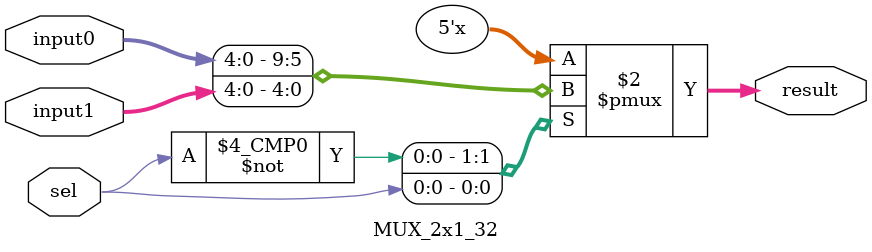
<source format=v>
module MUX_2x1_32(
    input wire [4:0] input0 ,
    input wire [4:0] input1 , 
    input wire sel ,
    output reg [4:0] result  
);

always @(input0 , input1 , sel)begin
    case(sel)
        1'b0:
            begin
                result <= input0;
            end
        1'b1:
            begin
                result <= input1 ; 
            end
    endcase
end
endmodule
</source>
